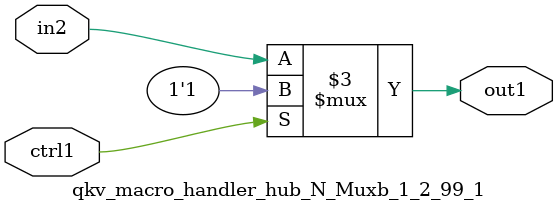
<source format=v>

`timescale 1ps / 1ps


module qkv_macro_handler_hub_N_Muxb_1_2_99_1( in2, ctrl1, out1 );

    input in2;
    input ctrl1;
    output out1;
    reg out1;

    
    // rtl_process:qkv_macro_handler_hub_N_Muxb_1_2_99_1/qkv_macro_handler_hub_N_Muxb_1_2_99_1_thread_1
    always @*
      begin : qkv_macro_handler_hub_N_Muxb_1_2_99_1_thread_1
        case (ctrl1) 
          1'b1: 
            begin
              out1 = 1'b1;
            end
          default: 
            begin
              out1 = in2;
            end
        endcase
      end

endmodule


</source>
